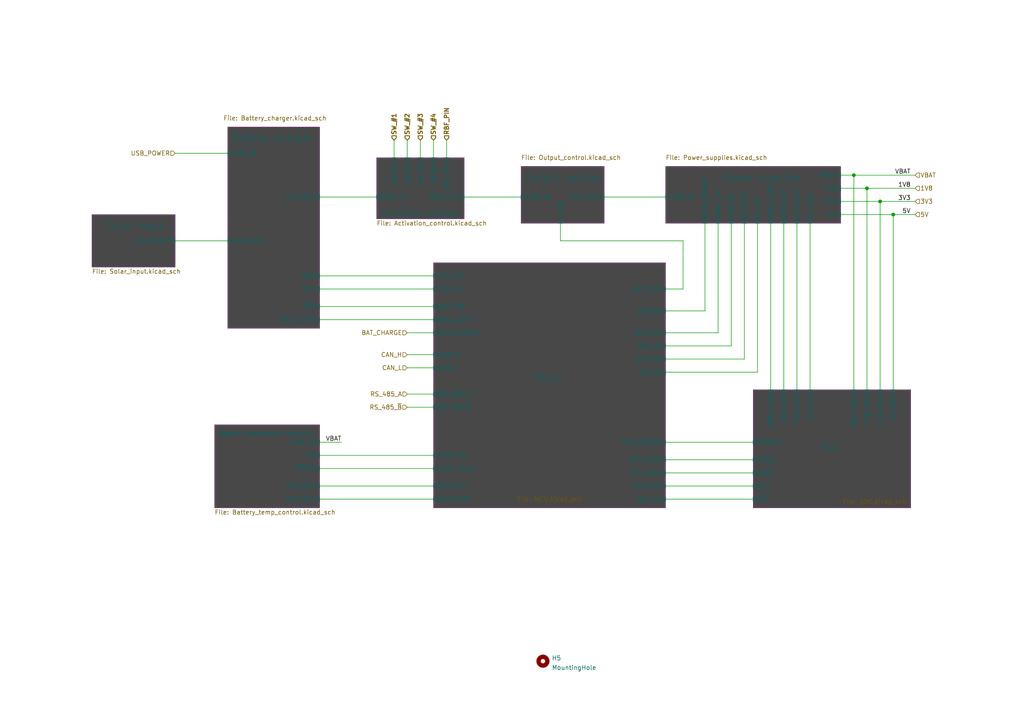
<source format=kicad_sch>
(kicad_sch (version 20210621) (generator eeschema)
  (paper "A4")
  (title_block (title "BUTCube - EPS") (date "2021-06-01") (rev "v1.0") (company "VUT - FIT(STRaDe) & FME(IAE & IPE)") (comment 1 "Author: Petr Malaník"))
  (lib_symbols
    (symbol "Mechanical:MountingHole" (pin_names (offset 1.016))
      (property "Reference" "H" (at 0 5.08 0))
      (property "Value" "MountingHole" (at 0 3.175 0))
      (symbol "MountingHole_0_1"
        (circle (center 0 0) (radius 1.27) (stroke (width 1.27)))
      )
    )
  )
  (junction (at 247.65 50.8) (diameter 0.9144))
  (junction (at 251.46 54.61) (diameter 0.9144))
  (junction (at 255.27 58.42) (diameter 0.9144))
  (junction (at 259.08 62.23) (diameter 0.9144))
  (wire (pts (xy 50.8 44.45) (xy 66.04 44.45)))
  (wire (pts (xy 50.8 69.85) (xy 66.04 69.85)))
  (wire (pts (xy 92.71 57.15) (xy 109.22 57.15)))
  (wire (pts (xy 92.71 80.01) (xy 125.73 80.01)))
  (wire (pts (xy 92.71 83.82) (xy 125.73 83.82)))
  (wire (pts (xy 92.71 88.9) (xy 125.73 88.9)))
  (wire (pts (xy 92.71 92.71) (xy 125.73 92.71)))
  (wire (pts (xy 92.71 128.27) (xy 99.06 128.27)))
  (wire (pts (xy 92.71 132.08) (xy 125.73 132.08)))
  (wire (pts (xy 92.71 135.89) (xy 125.73 135.89)))
  (wire (pts (xy 92.71 140.97) (xy 125.73 140.97)))
  (wire (pts (xy 92.71 144.78) (xy 125.73 144.78)))
  (wire (pts (xy 114.3 40.64) (xy 114.3 45.72)))
  (wire (pts (xy 118.11 40.64) (xy 118.11 45.72)))
  (wire (pts (xy 118.11 96.52) (xy 125.73 96.52)))
  (wire (pts (xy 118.11 102.87) (xy 125.73 102.87)))
  (wire (pts (xy 118.11 106.68) (xy 125.73 106.68)))
  (wire (pts (xy 118.11 114.3) (xy 125.73 114.3)))
  (wire (pts (xy 118.11 118.11) (xy 125.73 118.11)))
  (wire (pts (xy 121.92 40.64) (xy 121.92 45.72)))
  (wire (pts (xy 125.73 40.64) (xy 125.73 45.72)))
  (wire (pts (xy 129.54 40.64) (xy 129.54 45.72)))
  (wire (pts (xy 134.62 57.15) (xy 151.13 57.15)))
  (wire (pts (xy 162.56 64.77) (xy 162.56 69.85)))
  (wire (pts (xy 162.56 69.85) (xy 198.12 69.85)))
  (wire (pts (xy 175.26 57.15) (xy 193.04 57.15)))
  (wire (pts (xy 193.04 83.82) (xy 198.12 83.82)))
  (wire (pts (xy 193.04 90.17) (xy 204.47 90.17)))
  (wire (pts (xy 193.04 96.52) (xy 208.28 96.52)))
  (wire (pts (xy 193.04 100.33) (xy 212.09 100.33)))
  (wire (pts (xy 193.04 104.14) (xy 215.9 104.14)))
  (wire (pts (xy 193.04 107.95) (xy 219.71 107.95)))
  (wire (pts (xy 193.04 128.27) (xy 218.44 128.27)))
  (wire (pts (xy 193.04 133.35) (xy 218.44 133.35)))
  (wire (pts (xy 193.04 137.16) (xy 218.44 137.16)))
  (wire (pts (xy 193.04 140.97) (xy 218.44 140.97)))
  (wire (pts (xy 193.04 144.78) (xy 218.44 144.78)))
  (wire (pts (xy 198.12 69.85) (xy 198.12 83.82)))
  (wire (pts (xy 204.47 64.77) (xy 204.47 90.17)))
  (wire (pts (xy 208.28 64.77) (xy 208.28 96.52)))
  (wire (pts (xy 212.09 64.77) (xy 212.09 100.33)))
  (wire (pts (xy 215.9 64.77) (xy 215.9 104.14)))
  (wire (pts (xy 219.71 64.77) (xy 219.71 107.95)))
  (wire (pts (xy 223.52 64.77) (xy 223.52 113.03)))
  (wire (pts (xy 227.33 64.77) (xy 227.33 113.03)))
  (wire (pts (xy 231.14 64.77) (xy 231.14 113.03)))
  (wire (pts (xy 234.95 64.77) (xy 234.95 113.03)))
  (wire (pts (xy 243.84 50.8) (xy 247.65 50.8)))
  (wire (pts (xy 243.84 54.61) (xy 251.46 54.61)))
  (wire (pts (xy 243.84 58.42) (xy 255.27 58.42)))
  (wire (pts (xy 243.84 62.23) (xy 259.08 62.23)))
  (wire (pts (xy 247.65 50.8) (xy 247.65 113.03)))
  (wire (pts (xy 247.65 50.8) (xy 265.43 50.8)))
  (wire (pts (xy 251.46 54.61) (xy 251.46 113.03)))
  (wire (pts (xy 251.46 54.61) (xy 265.43 54.61)))
  (wire (pts (xy 255.27 58.42) (xy 255.27 113.03)))
  (wire (pts (xy 255.27 58.42) (xy 265.43 58.42)))
  (wire (pts (xy 259.08 62.23) (xy 259.08 113.03)))
  (wire (pts (xy 259.08 62.23) (xy 265.43 62.23)))
  (label "VBAT" (at 99.06 128.27 180))
  (label "VBAT" (at 264.16 50.8 180))
  (label "1V8" (at 264.16 54.61 180))
  (label "3V3" (at 264.16 58.42 180))
  (label "5V" (at 264.16 62.23 180))
  (hierarchical_label "USB_POWER" (shape input) (at 50.8 44.45 180))
  (hierarchical_label "SW_#1" (shape input) (at 114.3 40.64 90) (effects (font (thickness 0.254))))
  (hierarchical_label "SW_#2" (shape input) (at 118.11 40.64 90) (effects (font (thickness 0.254))))
  (hierarchical_label "BAT_CHARGE" (shape input) (at 118.11 96.52 180))
  (hierarchical_label "CAN_H" (shape input) (at 118.11 102.87 180))
  (hierarchical_label "CAN_L" (shape input) (at 118.11 106.68 180))
  (hierarchical_label "RS_485_A" (shape input) (at 118.11 114.3 180))
  (hierarchical_label "RS_485_~{B}" (shape input) (at 118.11 118.11 180))
  (hierarchical_label "SW_#3" (shape input) (at 121.92 40.64 90) (effects (font (thickness 0.254))))
  (hierarchical_label "SW_#4" (shape input) (at 125.73 40.64 90) (effects (font (thickness 0.254))))
  (hierarchical_label "RBF_PIN" (shape input) (at 129.54 40.64 90) (effects (font (thickness 0.254))))
  (hierarchical_label "VBAT" (shape input) (at 265.43 50.8 0))
  (hierarchical_label "1V8" (shape input) (at 265.43 54.61 0))
  (hierarchical_label "3V3" (shape input) (at 265.43 58.42 0))
  (hierarchical_label "5V" (shape input) (at 265.43 62.23 0))
  (symbol (lib_id "Mechanical:MountingHole") (at 157.48 191.77 0)
    (property "Reference" "H5" (at 160.0201 190.8615 0) (effects (justify left)))
    (property "Value" "MountingHole" (at 160.0201 193.6366 0) (effects (justify left)))
    (property "Footprint" "MountingHole:MountingHole_3.2mm_M3_Pad_Via" (effects hide))
  )
  (sheet (at 218.44 113.03) (size 45.72 34.29) (stroke (width 0.001) (color 132 0 132 1)) (fill (color 72 72 72 1.0000))
    (property "Sheet name" "ADC" (at 238.1241 130.81 0) (effects (font (size 2 2)) (justify left bottom)))
    (property "Sheet file" "ADC.kicad_sch" (at 244.3489 144.78 0) (effects (justify left top)))
    (pin "VBAT_MON" input (at 247.65 113.03 90))
    (pin "VBAT_CUR" input (at 223.52 113.03 90))
    (pin "1V8_MON" input (at 251.46 113.03 90))
    (pin "1V8_CUR" input (at 227.33 113.03 90))
    (pin "3V3_MON" input (at 255.27 113.03 90))
    (pin "3V3_CUR" input (at 231.14 113.03 90))
    (pin "5V_MON" input (at 259.08 113.03 90))
    (pin "5V_CUR" input (at 234.95 113.03 90))
    (pin "~{CS}" input (at 218.44 144.78 180))
    (pin "MISO" input (at 218.44 133.35 180))
    (pin "MOSI" input (at 218.44 137.16 180))
    (pin "CLK" input (at 218.44 140.97 180))
    (pin "POWER" input (at 218.44 128.27 180))
  )
  (sheet (at 109.22 45.72) (size 25.4 17.78) (stroke (width 0.001) (color 132 0 132 1)) (fill (color 72 72 72 1.0000))
    (property "Sheet name" "Activation control" (at 110.49 62.8641 0) (effects (font (size 1.7 1.7)) (justify left bottom)))
    (property "Sheet file" "Activation_control.kicad_sch" (at 109.22 64.0089 0) (effects (justify left top)))
    (pin "PWR_IN" input (at 109.22 57.15 180))
    (pin "PWR_OUT" input (at 134.62 57.15 0))
    (pin "SW_#3" input (at 121.92 45.72 90))
    (pin "SW_#4" input (at 125.73 45.72 90))
    (pin "SW_#2" input (at 118.11 45.72 90))
    (pin "SW_#1" input (at 114.3 45.72 90))
    (pin "RBF_PIN" input (at 129.54 45.72 90))
  )
  (sheet (at 66.04 36.83) (size 26.67 58.42) (stroke (width 0.001) (color 132 0 132 1)) (fill (color 72 72 72 1.0000))
    (property "Sheet name" "Battery charger" (at 67.31 41.2741 0) (effects (font (size 2 2)) (justify left bottom)))
    (property "Sheet file" "Battery_charger.kicad_sch" (at 64.77 33.5289 0) (effects (justify left top)))
    (pin "USB_IN" input (at 66.04 44.45 180))
    (pin "SOLAR_IN" input (at 66.04 69.85 180))
    (pin "SYS_OUT" input (at 92.71 57.15 0))
    (pin "SCL" input (at 92.71 83.82 0))
    (pin "~{INT}" input (at 92.71 88.9 0))
    (pin "SDA" input (at 92.71 80.01 0))
    (pin "BAT_ALERT" input (at 92.71 92.71 0))
  )
  (sheet (at 62.23 123.19) (size 30.48 24.13) (stroke (width 0.001) (color 132 0 132 1)) (fill (color 72 72 72 1.0000))
    (property "Sheet name" "Battery temperature control" (at 63.5 126.3641 0) (effects (justify left bottom)))
    (property "Sheet file" "Battery_temp_control.kicad_sch" (at 62.23 147.8289 0) (effects (justify left top)))
    (pin "PWR_IN" input (at 92.71 128.27 0))
    (pin "EN" input (at 92.71 132.08 0))
    (pin "~{FAULT}" input (at 92.71 135.89 0))
    (pin "NTC_REF" input (at 92.71 140.97 0))
    (pin "NTC_OUT" input (at 92.71 144.78 0))
  )
  (sheet (at 125.73 76.2) (size 67.31 71.12) (stroke (width 0.001) (color 132 0 132 1)) (fill (color 72 72 72 1.0000))
    (property "Sheet name" "MCU" (at 154.94 111.1241 0) (effects (font (size 2.5 2.5)) (justify left bottom)))
    (property "Sheet file" "MCU.kicad_sch" (at 149.86 144.0189 0) (effects (justify left top)))
    (pin "CAN_H" input (at 125.73 102.87 180))
    (pin "CAN_L" input (at 125.73 106.68 180))
    (pin "POWER" input (at 193.04 90.17 0))
    (pin "3V3_EN" input (at 193.04 104.14 0))
    (pin "5V_EN" input (at 193.04 107.95 0))
    (pin "1V8_EN" input (at 193.04 100.33 0))
    (pin "VBAT_EN" input (at 193.04 96.52 0))
    (pin "BAT_CHARGE" input (at 125.73 96.52 180))
    (pin "RS_485_~{B}" input (at 125.73 118.11 180))
    (pin "RS_485_A" input (at 125.73 114.3 180))
    (pin "BAT_TEMP" input (at 125.73 144.78 180))
    (pin "I2C_SCL" input (at 125.73 83.82 180))
    (pin "I2C_SDA" input (at 125.73 80.01 180))
    (pin "BAT_ALERT" input (at 125.73 92.71 180))
    (pin "BAT_IRQ" input (at 125.73 88.9 180))
    (pin "HEAT_EN" input (at 125.73 132.08 180))
    (pin "HEAT_FAULT" input (at 125.73 135.89 180))
    (pin "OUT_CUR" input (at 193.04 83.82 0))
    (pin "MCU_POWER" input (at 193.04 128.27 0))
    (pin "ADC_CS" input (at 193.04 144.78 0))
    (pin "SPI_SCK" input (at 193.04 140.97 0))
    (pin "SPI_MISO" input (at 193.04 133.35 0))
    (pin "SPI_MOSI" input (at 193.04 137.16 0))
    (pin "NTC_REF" input (at 125.73 140.97 180))
  )
  (sheet (at 151.13 48.26) (size 24.13 16.51) (stroke (width 0.001) (color 132 0 132 1)) (fill (color 72 72 72 1.0000))
    (property "Sheet name" "Output control" (at 152.4 52.7041 0) (effects (font (size 2 2)) (justify left bottom)))
    (property "Sheet file" "Output_control.kicad_sch" (at 151.13 44.9589 0) (effects (justify left top)))
    (pin "PWR_IN" input (at 151.13 57.15 180))
    (pin "PWR_OUT" input (at 175.26 57.15 0))
    (pin "I_SEN" input (at 162.56 64.77 270))
  )
  (sheet (at 193.04 48.26) (size 50.8 16.51) (stroke (width 0.001) (color 132 0 132 1)) (fill (color 72 72 72 1.0000))
    (property "Sheet name" "Power supplies" (at 209.55 52.7041 0) (effects (font (size 2 2)) (justify left bottom)))
    (property "Sheet file" "Power_supplies.kicad_sch" (at 193.04 44.9589 0) (effects (justify left top)))
    (pin "PWR_IN" input (at 193.04 57.15 180))
    (pin "5V" input (at 243.84 62.23 0))
    (pin "VBAT" input (at 243.84 50.8 0))
    (pin "1V8" input (at 243.84 54.61 0))
    (pin "3V3" input (at 243.84 58.42 0))
    (pin "3V3_CUR" input (at 231.14 64.77 270))
    (pin "5V_CUR" input (at 234.95 64.77 270))
    (pin "VBAT_CUR" input (at 223.52 64.77 270))
    (pin "1V8_CUR" input (at 227.33 64.77 270))
    (pin "3V3_EN" input (at 215.9 64.77 270))
    (pin "MCU_POWER" input (at 204.47 64.77 270))
    (pin "VBAT_EN" input (at 208.28 64.77 270))
    (pin "1V8_EN" input (at 212.09 64.77 270))
    (pin "5V_EN" input (at 219.71 64.77 270))
  )
  (sheet (at 26.67 62.23) (size 24.13 15.24) (stroke (width 0.001) (color 132 0 132 1)) (fill (color 72 72 72 1.0000))
    (property "Sheet name" "Solar input" (at 30.48 66.6741 0) (effects (font (size 2 2)) (justify left bottom)))
    (property "Sheet file" "Solar_input.kicad_sch" (at 26.67 77.9789 0) (effects (justify left top)))
    (pin "SOLAR_OUT" input (at 50.8 69.85 0))
  )
)
</source>
